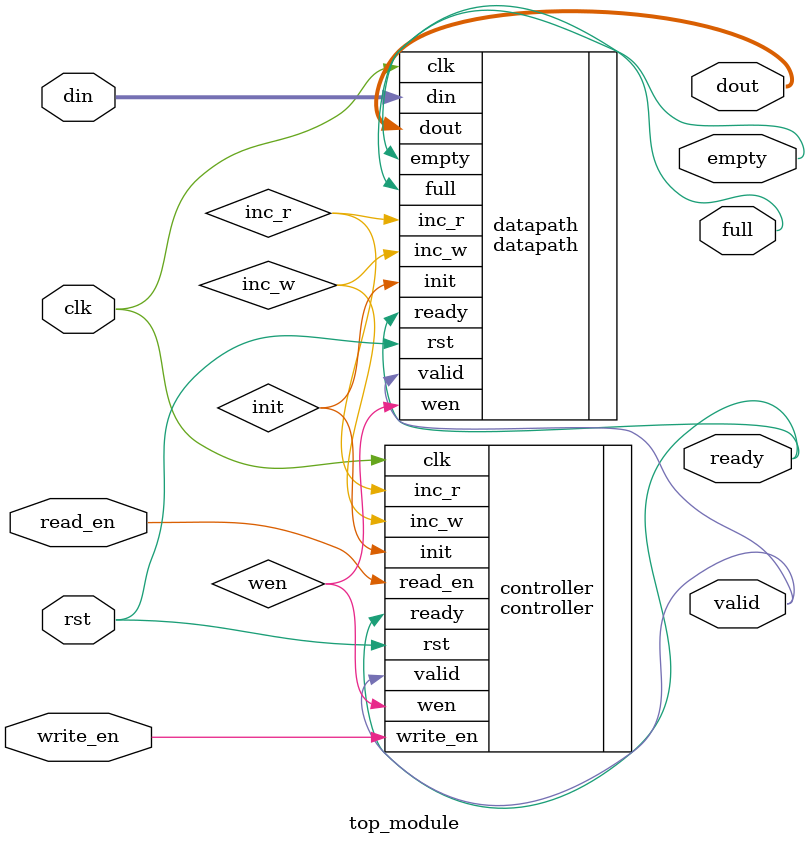
<source format=v>
`timescale 1ns/1ns

module top_module #(parameter NUM_BIT = 4, NUM_REG = 4, ADDR_REG = 2, PAR_WRITE = 2, PAR_READ = 1)
(clk, rst, write_en, read_en, din, dout, full, empty, ready, valid);

    input clk, rst, write_en, read_en;
    input [(PAR_WRITE * NUM_BIT ) - 1 : 0] din;
    output [(PAR_READ * NUM_BIT ) - 1 : 0] dout;
    output full, empty, ready, valid;

    wire init, ready, valid, inc_w, inc_r;

    datapath datapath(.clk(clk), .rst(rst), .init(init), .wen(wen), .din(din), .dout(dout), .full(full), .empty(empty), .ready(ready), .valid(valid), .inc_w(inc_w), .inc_r(inc_r));
    controller controller(.clk(clk), .rst(rst), .write_en(write_en), .read_en(read_en), .ready(ready), .valid(valid), .init(init), .inc_w(inc_w), .inc_r(inc_r), .wen(wen));

endmodule
</source>
